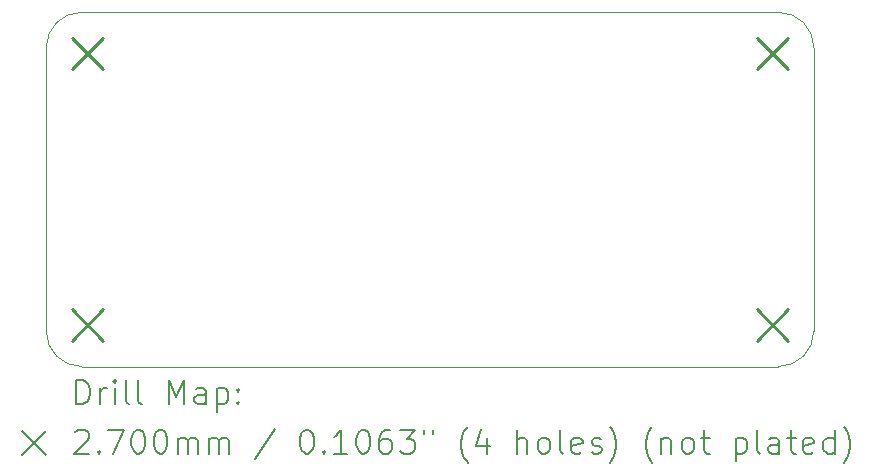
<source format=gbr>
%TF.GenerationSoftware,KiCad,Pcbnew,9.0.7*%
%TF.CreationDate,2026-02-19T11:55:33-06:00*%
%TF.ProjectId,wireless-uhat-tht-rpi-radio-module-2,77697265-6c65-4737-932d-756861742d74,rev?*%
%TF.SameCoordinates,Original*%
%TF.FileFunction,Drillmap*%
%TF.FilePolarity,Positive*%
%FSLAX45Y45*%
G04 Gerber Fmt 4.5, Leading zero omitted, Abs format (unit mm)*
G04 Created by KiCad (PCBNEW 9.0.7) date 2026-02-19 11:55:33*
%MOMM*%
%LPD*%
G01*
G04 APERTURE LIST*
%ADD10C,0.100000*%
%ADD11C,0.200000*%
%ADD12C,0.270000*%
G04 APERTURE END LIST*
D10*
X16200000Y-7000000D02*
G75*
G02*
X16500000Y-7300000I0J-300000D01*
G01*
X16500000Y-9700000D02*
X16500000Y-7300000D01*
X10000000Y-7300000D02*
X10000000Y-9700000D01*
X10300000Y-10000000D02*
G75*
G02*
X10000000Y-9700000I0J300000D01*
G01*
X10300000Y-10000000D02*
X16200000Y-10000000D01*
X16500000Y-9700000D02*
G75*
G02*
X16200000Y-10000000I-300000J0D01*
G01*
X10000000Y-7300000D02*
G75*
G02*
X10300000Y-7000000I300000J0D01*
G01*
X16200000Y-7000000D02*
X10300000Y-7000000D01*
D11*
D12*
X10215000Y-7215000D02*
X10485000Y-7485000D01*
X10485000Y-7215000D02*
X10215000Y-7485000D01*
X10215000Y-9515000D02*
X10485000Y-9785000D01*
X10485000Y-9515000D02*
X10215000Y-9785000D01*
X16015000Y-7215000D02*
X16285000Y-7485000D01*
X16285000Y-7215000D02*
X16015000Y-7485000D01*
X16015000Y-9515000D02*
X16285000Y-9785000D01*
X16285000Y-9515000D02*
X16015000Y-9785000D01*
D11*
X10255777Y-10316484D02*
X10255777Y-10116484D01*
X10255777Y-10116484D02*
X10303396Y-10116484D01*
X10303396Y-10116484D02*
X10331967Y-10126008D01*
X10331967Y-10126008D02*
X10351015Y-10145055D01*
X10351015Y-10145055D02*
X10360539Y-10164103D01*
X10360539Y-10164103D02*
X10370063Y-10202198D01*
X10370063Y-10202198D02*
X10370063Y-10230770D01*
X10370063Y-10230770D02*
X10360539Y-10268865D01*
X10360539Y-10268865D02*
X10351015Y-10287912D01*
X10351015Y-10287912D02*
X10331967Y-10306960D01*
X10331967Y-10306960D02*
X10303396Y-10316484D01*
X10303396Y-10316484D02*
X10255777Y-10316484D01*
X10455777Y-10316484D02*
X10455777Y-10183150D01*
X10455777Y-10221246D02*
X10465301Y-10202198D01*
X10465301Y-10202198D02*
X10474824Y-10192674D01*
X10474824Y-10192674D02*
X10493872Y-10183150D01*
X10493872Y-10183150D02*
X10512920Y-10183150D01*
X10579586Y-10316484D02*
X10579586Y-10183150D01*
X10579586Y-10116484D02*
X10570063Y-10126008D01*
X10570063Y-10126008D02*
X10579586Y-10135531D01*
X10579586Y-10135531D02*
X10589110Y-10126008D01*
X10589110Y-10126008D02*
X10579586Y-10116484D01*
X10579586Y-10116484D02*
X10579586Y-10135531D01*
X10703396Y-10316484D02*
X10684348Y-10306960D01*
X10684348Y-10306960D02*
X10674824Y-10287912D01*
X10674824Y-10287912D02*
X10674824Y-10116484D01*
X10808158Y-10316484D02*
X10789110Y-10306960D01*
X10789110Y-10306960D02*
X10779586Y-10287912D01*
X10779586Y-10287912D02*
X10779586Y-10116484D01*
X11036729Y-10316484D02*
X11036729Y-10116484D01*
X11036729Y-10116484D02*
X11103396Y-10259341D01*
X11103396Y-10259341D02*
X11170063Y-10116484D01*
X11170063Y-10116484D02*
X11170063Y-10316484D01*
X11351015Y-10316484D02*
X11351015Y-10211722D01*
X11351015Y-10211722D02*
X11341491Y-10192674D01*
X11341491Y-10192674D02*
X11322443Y-10183150D01*
X11322443Y-10183150D02*
X11284348Y-10183150D01*
X11284348Y-10183150D02*
X11265301Y-10192674D01*
X11351015Y-10306960D02*
X11331967Y-10316484D01*
X11331967Y-10316484D02*
X11284348Y-10316484D01*
X11284348Y-10316484D02*
X11265301Y-10306960D01*
X11265301Y-10306960D02*
X11255777Y-10287912D01*
X11255777Y-10287912D02*
X11255777Y-10268865D01*
X11255777Y-10268865D02*
X11265301Y-10249817D01*
X11265301Y-10249817D02*
X11284348Y-10240293D01*
X11284348Y-10240293D02*
X11331967Y-10240293D01*
X11331967Y-10240293D02*
X11351015Y-10230770D01*
X11446253Y-10183150D02*
X11446253Y-10383150D01*
X11446253Y-10192674D02*
X11465301Y-10183150D01*
X11465301Y-10183150D02*
X11503396Y-10183150D01*
X11503396Y-10183150D02*
X11522443Y-10192674D01*
X11522443Y-10192674D02*
X11531967Y-10202198D01*
X11531967Y-10202198D02*
X11541491Y-10221246D01*
X11541491Y-10221246D02*
X11541491Y-10278389D01*
X11541491Y-10278389D02*
X11531967Y-10297436D01*
X11531967Y-10297436D02*
X11522443Y-10306960D01*
X11522443Y-10306960D02*
X11503396Y-10316484D01*
X11503396Y-10316484D02*
X11465301Y-10316484D01*
X11465301Y-10316484D02*
X11446253Y-10306960D01*
X11627205Y-10297436D02*
X11636729Y-10306960D01*
X11636729Y-10306960D02*
X11627205Y-10316484D01*
X11627205Y-10316484D02*
X11617682Y-10306960D01*
X11617682Y-10306960D02*
X11627205Y-10297436D01*
X11627205Y-10297436D02*
X11627205Y-10316484D01*
X11627205Y-10192674D02*
X11636729Y-10202198D01*
X11636729Y-10202198D02*
X11627205Y-10211722D01*
X11627205Y-10211722D02*
X11617682Y-10202198D01*
X11617682Y-10202198D02*
X11627205Y-10192674D01*
X11627205Y-10192674D02*
X11627205Y-10211722D01*
X9795000Y-10545000D02*
X9995000Y-10745000D01*
X9995000Y-10545000D02*
X9795000Y-10745000D01*
X10246253Y-10555531D02*
X10255777Y-10546008D01*
X10255777Y-10546008D02*
X10274824Y-10536484D01*
X10274824Y-10536484D02*
X10322444Y-10536484D01*
X10322444Y-10536484D02*
X10341491Y-10546008D01*
X10341491Y-10546008D02*
X10351015Y-10555531D01*
X10351015Y-10555531D02*
X10360539Y-10574579D01*
X10360539Y-10574579D02*
X10360539Y-10593627D01*
X10360539Y-10593627D02*
X10351015Y-10622198D01*
X10351015Y-10622198D02*
X10236729Y-10736484D01*
X10236729Y-10736484D02*
X10360539Y-10736484D01*
X10446253Y-10717436D02*
X10455777Y-10726960D01*
X10455777Y-10726960D02*
X10446253Y-10736484D01*
X10446253Y-10736484D02*
X10436729Y-10726960D01*
X10436729Y-10726960D02*
X10446253Y-10717436D01*
X10446253Y-10717436D02*
X10446253Y-10736484D01*
X10522444Y-10536484D02*
X10655777Y-10536484D01*
X10655777Y-10536484D02*
X10570063Y-10736484D01*
X10770063Y-10536484D02*
X10789110Y-10536484D01*
X10789110Y-10536484D02*
X10808158Y-10546008D01*
X10808158Y-10546008D02*
X10817682Y-10555531D01*
X10817682Y-10555531D02*
X10827205Y-10574579D01*
X10827205Y-10574579D02*
X10836729Y-10612674D01*
X10836729Y-10612674D02*
X10836729Y-10660293D01*
X10836729Y-10660293D02*
X10827205Y-10698389D01*
X10827205Y-10698389D02*
X10817682Y-10717436D01*
X10817682Y-10717436D02*
X10808158Y-10726960D01*
X10808158Y-10726960D02*
X10789110Y-10736484D01*
X10789110Y-10736484D02*
X10770063Y-10736484D01*
X10770063Y-10736484D02*
X10751015Y-10726960D01*
X10751015Y-10726960D02*
X10741491Y-10717436D01*
X10741491Y-10717436D02*
X10731967Y-10698389D01*
X10731967Y-10698389D02*
X10722444Y-10660293D01*
X10722444Y-10660293D02*
X10722444Y-10612674D01*
X10722444Y-10612674D02*
X10731967Y-10574579D01*
X10731967Y-10574579D02*
X10741491Y-10555531D01*
X10741491Y-10555531D02*
X10751015Y-10546008D01*
X10751015Y-10546008D02*
X10770063Y-10536484D01*
X10960539Y-10536484D02*
X10979586Y-10536484D01*
X10979586Y-10536484D02*
X10998634Y-10546008D01*
X10998634Y-10546008D02*
X11008158Y-10555531D01*
X11008158Y-10555531D02*
X11017682Y-10574579D01*
X11017682Y-10574579D02*
X11027205Y-10612674D01*
X11027205Y-10612674D02*
X11027205Y-10660293D01*
X11027205Y-10660293D02*
X11017682Y-10698389D01*
X11017682Y-10698389D02*
X11008158Y-10717436D01*
X11008158Y-10717436D02*
X10998634Y-10726960D01*
X10998634Y-10726960D02*
X10979586Y-10736484D01*
X10979586Y-10736484D02*
X10960539Y-10736484D01*
X10960539Y-10736484D02*
X10941491Y-10726960D01*
X10941491Y-10726960D02*
X10931967Y-10717436D01*
X10931967Y-10717436D02*
X10922444Y-10698389D01*
X10922444Y-10698389D02*
X10912920Y-10660293D01*
X10912920Y-10660293D02*
X10912920Y-10612674D01*
X10912920Y-10612674D02*
X10922444Y-10574579D01*
X10922444Y-10574579D02*
X10931967Y-10555531D01*
X10931967Y-10555531D02*
X10941491Y-10546008D01*
X10941491Y-10546008D02*
X10960539Y-10536484D01*
X11112920Y-10736484D02*
X11112920Y-10603150D01*
X11112920Y-10622198D02*
X11122444Y-10612674D01*
X11122444Y-10612674D02*
X11141491Y-10603150D01*
X11141491Y-10603150D02*
X11170063Y-10603150D01*
X11170063Y-10603150D02*
X11189110Y-10612674D01*
X11189110Y-10612674D02*
X11198634Y-10631722D01*
X11198634Y-10631722D02*
X11198634Y-10736484D01*
X11198634Y-10631722D02*
X11208158Y-10612674D01*
X11208158Y-10612674D02*
X11227205Y-10603150D01*
X11227205Y-10603150D02*
X11255777Y-10603150D01*
X11255777Y-10603150D02*
X11274824Y-10612674D01*
X11274824Y-10612674D02*
X11284348Y-10631722D01*
X11284348Y-10631722D02*
X11284348Y-10736484D01*
X11379586Y-10736484D02*
X11379586Y-10603150D01*
X11379586Y-10622198D02*
X11389110Y-10612674D01*
X11389110Y-10612674D02*
X11408158Y-10603150D01*
X11408158Y-10603150D02*
X11436729Y-10603150D01*
X11436729Y-10603150D02*
X11455777Y-10612674D01*
X11455777Y-10612674D02*
X11465301Y-10631722D01*
X11465301Y-10631722D02*
X11465301Y-10736484D01*
X11465301Y-10631722D02*
X11474824Y-10612674D01*
X11474824Y-10612674D02*
X11493872Y-10603150D01*
X11493872Y-10603150D02*
X11522443Y-10603150D01*
X11522443Y-10603150D02*
X11541491Y-10612674D01*
X11541491Y-10612674D02*
X11551015Y-10631722D01*
X11551015Y-10631722D02*
X11551015Y-10736484D01*
X11941491Y-10526960D02*
X11770063Y-10784103D01*
X12198634Y-10536484D02*
X12217682Y-10536484D01*
X12217682Y-10536484D02*
X12236729Y-10546008D01*
X12236729Y-10546008D02*
X12246253Y-10555531D01*
X12246253Y-10555531D02*
X12255777Y-10574579D01*
X12255777Y-10574579D02*
X12265301Y-10612674D01*
X12265301Y-10612674D02*
X12265301Y-10660293D01*
X12265301Y-10660293D02*
X12255777Y-10698389D01*
X12255777Y-10698389D02*
X12246253Y-10717436D01*
X12246253Y-10717436D02*
X12236729Y-10726960D01*
X12236729Y-10726960D02*
X12217682Y-10736484D01*
X12217682Y-10736484D02*
X12198634Y-10736484D01*
X12198634Y-10736484D02*
X12179586Y-10726960D01*
X12179586Y-10726960D02*
X12170063Y-10717436D01*
X12170063Y-10717436D02*
X12160539Y-10698389D01*
X12160539Y-10698389D02*
X12151015Y-10660293D01*
X12151015Y-10660293D02*
X12151015Y-10612674D01*
X12151015Y-10612674D02*
X12160539Y-10574579D01*
X12160539Y-10574579D02*
X12170063Y-10555531D01*
X12170063Y-10555531D02*
X12179586Y-10546008D01*
X12179586Y-10546008D02*
X12198634Y-10536484D01*
X12351015Y-10717436D02*
X12360539Y-10726960D01*
X12360539Y-10726960D02*
X12351015Y-10736484D01*
X12351015Y-10736484D02*
X12341491Y-10726960D01*
X12341491Y-10726960D02*
X12351015Y-10717436D01*
X12351015Y-10717436D02*
X12351015Y-10736484D01*
X12551015Y-10736484D02*
X12436729Y-10736484D01*
X12493872Y-10736484D02*
X12493872Y-10536484D01*
X12493872Y-10536484D02*
X12474825Y-10565055D01*
X12474825Y-10565055D02*
X12455777Y-10584103D01*
X12455777Y-10584103D02*
X12436729Y-10593627D01*
X12674825Y-10536484D02*
X12693872Y-10536484D01*
X12693872Y-10536484D02*
X12712920Y-10546008D01*
X12712920Y-10546008D02*
X12722444Y-10555531D01*
X12722444Y-10555531D02*
X12731967Y-10574579D01*
X12731967Y-10574579D02*
X12741491Y-10612674D01*
X12741491Y-10612674D02*
X12741491Y-10660293D01*
X12741491Y-10660293D02*
X12731967Y-10698389D01*
X12731967Y-10698389D02*
X12722444Y-10717436D01*
X12722444Y-10717436D02*
X12712920Y-10726960D01*
X12712920Y-10726960D02*
X12693872Y-10736484D01*
X12693872Y-10736484D02*
X12674825Y-10736484D01*
X12674825Y-10736484D02*
X12655777Y-10726960D01*
X12655777Y-10726960D02*
X12646253Y-10717436D01*
X12646253Y-10717436D02*
X12636729Y-10698389D01*
X12636729Y-10698389D02*
X12627206Y-10660293D01*
X12627206Y-10660293D02*
X12627206Y-10612674D01*
X12627206Y-10612674D02*
X12636729Y-10574579D01*
X12636729Y-10574579D02*
X12646253Y-10555531D01*
X12646253Y-10555531D02*
X12655777Y-10546008D01*
X12655777Y-10546008D02*
X12674825Y-10536484D01*
X12912920Y-10536484D02*
X12874825Y-10536484D01*
X12874825Y-10536484D02*
X12855777Y-10546008D01*
X12855777Y-10546008D02*
X12846253Y-10555531D01*
X12846253Y-10555531D02*
X12827206Y-10584103D01*
X12827206Y-10584103D02*
X12817682Y-10622198D01*
X12817682Y-10622198D02*
X12817682Y-10698389D01*
X12817682Y-10698389D02*
X12827206Y-10717436D01*
X12827206Y-10717436D02*
X12836729Y-10726960D01*
X12836729Y-10726960D02*
X12855777Y-10736484D01*
X12855777Y-10736484D02*
X12893872Y-10736484D01*
X12893872Y-10736484D02*
X12912920Y-10726960D01*
X12912920Y-10726960D02*
X12922444Y-10717436D01*
X12922444Y-10717436D02*
X12931967Y-10698389D01*
X12931967Y-10698389D02*
X12931967Y-10650770D01*
X12931967Y-10650770D02*
X12922444Y-10631722D01*
X12922444Y-10631722D02*
X12912920Y-10622198D01*
X12912920Y-10622198D02*
X12893872Y-10612674D01*
X12893872Y-10612674D02*
X12855777Y-10612674D01*
X12855777Y-10612674D02*
X12836729Y-10622198D01*
X12836729Y-10622198D02*
X12827206Y-10631722D01*
X12827206Y-10631722D02*
X12817682Y-10650770D01*
X12998634Y-10536484D02*
X13122444Y-10536484D01*
X13122444Y-10536484D02*
X13055777Y-10612674D01*
X13055777Y-10612674D02*
X13084348Y-10612674D01*
X13084348Y-10612674D02*
X13103396Y-10622198D01*
X13103396Y-10622198D02*
X13112920Y-10631722D01*
X13112920Y-10631722D02*
X13122444Y-10650770D01*
X13122444Y-10650770D02*
X13122444Y-10698389D01*
X13122444Y-10698389D02*
X13112920Y-10717436D01*
X13112920Y-10717436D02*
X13103396Y-10726960D01*
X13103396Y-10726960D02*
X13084348Y-10736484D01*
X13084348Y-10736484D02*
X13027206Y-10736484D01*
X13027206Y-10736484D02*
X13008158Y-10726960D01*
X13008158Y-10726960D02*
X12998634Y-10717436D01*
X13198634Y-10536484D02*
X13198634Y-10574579D01*
X13274825Y-10536484D02*
X13274825Y-10574579D01*
X13570063Y-10812674D02*
X13560539Y-10803150D01*
X13560539Y-10803150D02*
X13541491Y-10774579D01*
X13541491Y-10774579D02*
X13531968Y-10755531D01*
X13531968Y-10755531D02*
X13522444Y-10726960D01*
X13522444Y-10726960D02*
X13512920Y-10679341D01*
X13512920Y-10679341D02*
X13512920Y-10641246D01*
X13512920Y-10641246D02*
X13522444Y-10593627D01*
X13522444Y-10593627D02*
X13531968Y-10565055D01*
X13531968Y-10565055D02*
X13541491Y-10546008D01*
X13541491Y-10546008D02*
X13560539Y-10517436D01*
X13560539Y-10517436D02*
X13570063Y-10507912D01*
X13731968Y-10603150D02*
X13731968Y-10736484D01*
X13684348Y-10526960D02*
X13636729Y-10669817D01*
X13636729Y-10669817D02*
X13760539Y-10669817D01*
X13989110Y-10736484D02*
X13989110Y-10536484D01*
X14074825Y-10736484D02*
X14074825Y-10631722D01*
X14074825Y-10631722D02*
X14065301Y-10612674D01*
X14065301Y-10612674D02*
X14046253Y-10603150D01*
X14046253Y-10603150D02*
X14017682Y-10603150D01*
X14017682Y-10603150D02*
X13998634Y-10612674D01*
X13998634Y-10612674D02*
X13989110Y-10622198D01*
X14198634Y-10736484D02*
X14179587Y-10726960D01*
X14179587Y-10726960D02*
X14170063Y-10717436D01*
X14170063Y-10717436D02*
X14160539Y-10698389D01*
X14160539Y-10698389D02*
X14160539Y-10641246D01*
X14160539Y-10641246D02*
X14170063Y-10622198D01*
X14170063Y-10622198D02*
X14179587Y-10612674D01*
X14179587Y-10612674D02*
X14198634Y-10603150D01*
X14198634Y-10603150D02*
X14227206Y-10603150D01*
X14227206Y-10603150D02*
X14246253Y-10612674D01*
X14246253Y-10612674D02*
X14255777Y-10622198D01*
X14255777Y-10622198D02*
X14265301Y-10641246D01*
X14265301Y-10641246D02*
X14265301Y-10698389D01*
X14265301Y-10698389D02*
X14255777Y-10717436D01*
X14255777Y-10717436D02*
X14246253Y-10726960D01*
X14246253Y-10726960D02*
X14227206Y-10736484D01*
X14227206Y-10736484D02*
X14198634Y-10736484D01*
X14379587Y-10736484D02*
X14360539Y-10726960D01*
X14360539Y-10726960D02*
X14351015Y-10707912D01*
X14351015Y-10707912D02*
X14351015Y-10536484D01*
X14531968Y-10726960D02*
X14512920Y-10736484D01*
X14512920Y-10736484D02*
X14474825Y-10736484D01*
X14474825Y-10736484D02*
X14455777Y-10726960D01*
X14455777Y-10726960D02*
X14446253Y-10707912D01*
X14446253Y-10707912D02*
X14446253Y-10631722D01*
X14446253Y-10631722D02*
X14455777Y-10612674D01*
X14455777Y-10612674D02*
X14474825Y-10603150D01*
X14474825Y-10603150D02*
X14512920Y-10603150D01*
X14512920Y-10603150D02*
X14531968Y-10612674D01*
X14531968Y-10612674D02*
X14541491Y-10631722D01*
X14541491Y-10631722D02*
X14541491Y-10650770D01*
X14541491Y-10650770D02*
X14446253Y-10669817D01*
X14617682Y-10726960D02*
X14636730Y-10736484D01*
X14636730Y-10736484D02*
X14674825Y-10736484D01*
X14674825Y-10736484D02*
X14693872Y-10726960D01*
X14693872Y-10726960D02*
X14703396Y-10707912D01*
X14703396Y-10707912D02*
X14703396Y-10698389D01*
X14703396Y-10698389D02*
X14693872Y-10679341D01*
X14693872Y-10679341D02*
X14674825Y-10669817D01*
X14674825Y-10669817D02*
X14646253Y-10669817D01*
X14646253Y-10669817D02*
X14627206Y-10660293D01*
X14627206Y-10660293D02*
X14617682Y-10641246D01*
X14617682Y-10641246D02*
X14617682Y-10631722D01*
X14617682Y-10631722D02*
X14627206Y-10612674D01*
X14627206Y-10612674D02*
X14646253Y-10603150D01*
X14646253Y-10603150D02*
X14674825Y-10603150D01*
X14674825Y-10603150D02*
X14693872Y-10612674D01*
X14770063Y-10812674D02*
X14779587Y-10803150D01*
X14779587Y-10803150D02*
X14798634Y-10774579D01*
X14798634Y-10774579D02*
X14808158Y-10755531D01*
X14808158Y-10755531D02*
X14817682Y-10726960D01*
X14817682Y-10726960D02*
X14827206Y-10679341D01*
X14827206Y-10679341D02*
X14827206Y-10641246D01*
X14827206Y-10641246D02*
X14817682Y-10593627D01*
X14817682Y-10593627D02*
X14808158Y-10565055D01*
X14808158Y-10565055D02*
X14798634Y-10546008D01*
X14798634Y-10546008D02*
X14779587Y-10517436D01*
X14779587Y-10517436D02*
X14770063Y-10507912D01*
X15131968Y-10812674D02*
X15122444Y-10803150D01*
X15122444Y-10803150D02*
X15103396Y-10774579D01*
X15103396Y-10774579D02*
X15093872Y-10755531D01*
X15093872Y-10755531D02*
X15084349Y-10726960D01*
X15084349Y-10726960D02*
X15074825Y-10679341D01*
X15074825Y-10679341D02*
X15074825Y-10641246D01*
X15074825Y-10641246D02*
X15084349Y-10593627D01*
X15084349Y-10593627D02*
X15093872Y-10565055D01*
X15093872Y-10565055D02*
X15103396Y-10546008D01*
X15103396Y-10546008D02*
X15122444Y-10517436D01*
X15122444Y-10517436D02*
X15131968Y-10507912D01*
X15208158Y-10603150D02*
X15208158Y-10736484D01*
X15208158Y-10622198D02*
X15217682Y-10612674D01*
X15217682Y-10612674D02*
X15236730Y-10603150D01*
X15236730Y-10603150D02*
X15265301Y-10603150D01*
X15265301Y-10603150D02*
X15284349Y-10612674D01*
X15284349Y-10612674D02*
X15293872Y-10631722D01*
X15293872Y-10631722D02*
X15293872Y-10736484D01*
X15417682Y-10736484D02*
X15398634Y-10726960D01*
X15398634Y-10726960D02*
X15389111Y-10717436D01*
X15389111Y-10717436D02*
X15379587Y-10698389D01*
X15379587Y-10698389D02*
X15379587Y-10641246D01*
X15379587Y-10641246D02*
X15389111Y-10622198D01*
X15389111Y-10622198D02*
X15398634Y-10612674D01*
X15398634Y-10612674D02*
X15417682Y-10603150D01*
X15417682Y-10603150D02*
X15446253Y-10603150D01*
X15446253Y-10603150D02*
X15465301Y-10612674D01*
X15465301Y-10612674D02*
X15474825Y-10622198D01*
X15474825Y-10622198D02*
X15484349Y-10641246D01*
X15484349Y-10641246D02*
X15484349Y-10698389D01*
X15484349Y-10698389D02*
X15474825Y-10717436D01*
X15474825Y-10717436D02*
X15465301Y-10726960D01*
X15465301Y-10726960D02*
X15446253Y-10736484D01*
X15446253Y-10736484D02*
X15417682Y-10736484D01*
X15541492Y-10603150D02*
X15617682Y-10603150D01*
X15570063Y-10536484D02*
X15570063Y-10707912D01*
X15570063Y-10707912D02*
X15579587Y-10726960D01*
X15579587Y-10726960D02*
X15598634Y-10736484D01*
X15598634Y-10736484D02*
X15617682Y-10736484D01*
X15836730Y-10603150D02*
X15836730Y-10803150D01*
X15836730Y-10612674D02*
X15855777Y-10603150D01*
X15855777Y-10603150D02*
X15893873Y-10603150D01*
X15893873Y-10603150D02*
X15912920Y-10612674D01*
X15912920Y-10612674D02*
X15922444Y-10622198D01*
X15922444Y-10622198D02*
X15931968Y-10641246D01*
X15931968Y-10641246D02*
X15931968Y-10698389D01*
X15931968Y-10698389D02*
X15922444Y-10717436D01*
X15922444Y-10717436D02*
X15912920Y-10726960D01*
X15912920Y-10726960D02*
X15893873Y-10736484D01*
X15893873Y-10736484D02*
X15855777Y-10736484D01*
X15855777Y-10736484D02*
X15836730Y-10726960D01*
X16046253Y-10736484D02*
X16027206Y-10726960D01*
X16027206Y-10726960D02*
X16017682Y-10707912D01*
X16017682Y-10707912D02*
X16017682Y-10536484D01*
X16208158Y-10736484D02*
X16208158Y-10631722D01*
X16208158Y-10631722D02*
X16198634Y-10612674D01*
X16198634Y-10612674D02*
X16179587Y-10603150D01*
X16179587Y-10603150D02*
X16141492Y-10603150D01*
X16141492Y-10603150D02*
X16122444Y-10612674D01*
X16208158Y-10726960D02*
X16189111Y-10736484D01*
X16189111Y-10736484D02*
X16141492Y-10736484D01*
X16141492Y-10736484D02*
X16122444Y-10726960D01*
X16122444Y-10726960D02*
X16112920Y-10707912D01*
X16112920Y-10707912D02*
X16112920Y-10688865D01*
X16112920Y-10688865D02*
X16122444Y-10669817D01*
X16122444Y-10669817D02*
X16141492Y-10660293D01*
X16141492Y-10660293D02*
X16189111Y-10660293D01*
X16189111Y-10660293D02*
X16208158Y-10650770D01*
X16274825Y-10603150D02*
X16351015Y-10603150D01*
X16303396Y-10536484D02*
X16303396Y-10707912D01*
X16303396Y-10707912D02*
X16312920Y-10726960D01*
X16312920Y-10726960D02*
X16331968Y-10736484D01*
X16331968Y-10736484D02*
X16351015Y-10736484D01*
X16493873Y-10726960D02*
X16474825Y-10736484D01*
X16474825Y-10736484D02*
X16436730Y-10736484D01*
X16436730Y-10736484D02*
X16417682Y-10726960D01*
X16417682Y-10726960D02*
X16408158Y-10707912D01*
X16408158Y-10707912D02*
X16408158Y-10631722D01*
X16408158Y-10631722D02*
X16417682Y-10612674D01*
X16417682Y-10612674D02*
X16436730Y-10603150D01*
X16436730Y-10603150D02*
X16474825Y-10603150D01*
X16474825Y-10603150D02*
X16493873Y-10612674D01*
X16493873Y-10612674D02*
X16503396Y-10631722D01*
X16503396Y-10631722D02*
X16503396Y-10650770D01*
X16503396Y-10650770D02*
X16408158Y-10669817D01*
X16674825Y-10736484D02*
X16674825Y-10536484D01*
X16674825Y-10726960D02*
X16655777Y-10736484D01*
X16655777Y-10736484D02*
X16617682Y-10736484D01*
X16617682Y-10736484D02*
X16598634Y-10726960D01*
X16598634Y-10726960D02*
X16589111Y-10717436D01*
X16589111Y-10717436D02*
X16579587Y-10698389D01*
X16579587Y-10698389D02*
X16579587Y-10641246D01*
X16579587Y-10641246D02*
X16589111Y-10622198D01*
X16589111Y-10622198D02*
X16598634Y-10612674D01*
X16598634Y-10612674D02*
X16617682Y-10603150D01*
X16617682Y-10603150D02*
X16655777Y-10603150D01*
X16655777Y-10603150D02*
X16674825Y-10612674D01*
X16751015Y-10812674D02*
X16760539Y-10803150D01*
X16760539Y-10803150D02*
X16779587Y-10774579D01*
X16779587Y-10774579D02*
X16789111Y-10755531D01*
X16789111Y-10755531D02*
X16798635Y-10726960D01*
X16798635Y-10726960D02*
X16808158Y-10679341D01*
X16808158Y-10679341D02*
X16808158Y-10641246D01*
X16808158Y-10641246D02*
X16798635Y-10593627D01*
X16798635Y-10593627D02*
X16789111Y-10565055D01*
X16789111Y-10565055D02*
X16779587Y-10546008D01*
X16779587Y-10546008D02*
X16760539Y-10517436D01*
X16760539Y-10517436D02*
X16751015Y-10507912D01*
M02*

</source>
